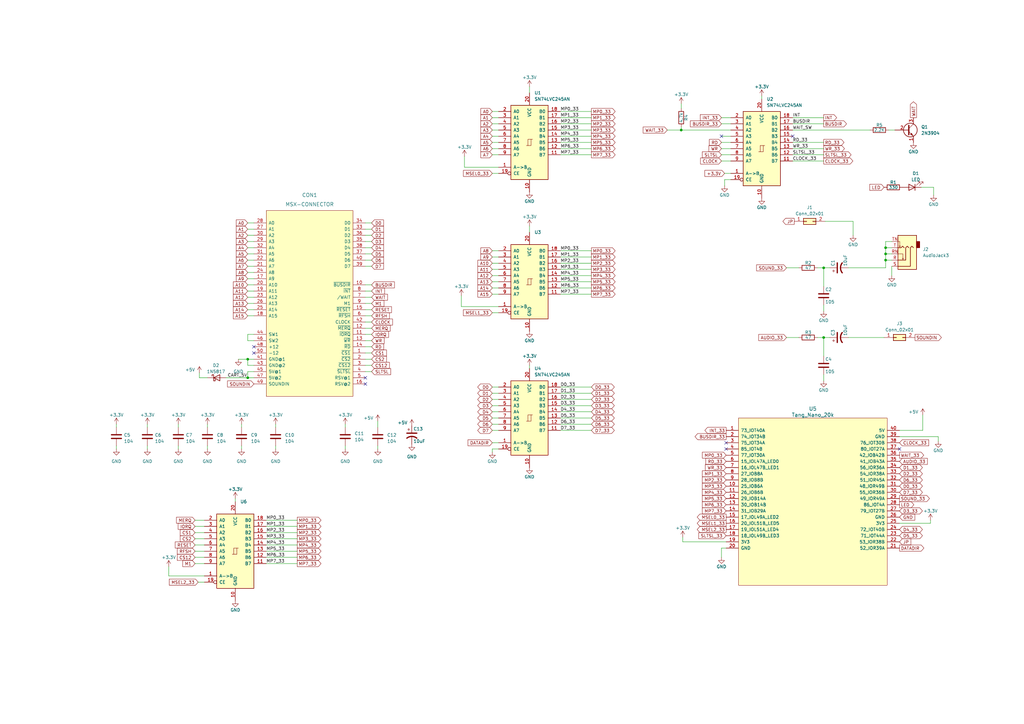
<source format=kicad_sch>
(kicad_sch (version 20230121) (generator eeschema)
  (paper "A3")
  (title_block (title "MSX-Tang Nano 9K Breakout") (date "2023-03-01"))
  (junction (at 363.22 106.68))
  (junction (at 101.6 147.32))
  (junction (at 279.4 53.34))
  (junction (at 101.6 154.94))
  (junction (at 363.22 104.14))
  (junction (at 337.82 138.43))
  (junction (at 337.82 109.855))
  (junction (at 363.22 101.6))
  (no_connect (at 325.12 55.88))
  (no_connect (at 297.815 181.61))
  (no_connect (at 149.86 157.48))
  (no_connect (at 104.14 142.24))
  (no_connect (at 104.14 144.78))
  (no_connect (at 149.86 154.94))
  (no_connect (at 295.91 55.88))
  (no_connect (at 297.815 184.15))
  (no_connect (at 368.935 184.15))
  (wire (pts (xy 325.12 50.8) (xy 337.82 50.8)))
  (wire (pts (xy 101.6 109.22) (xy 104.14 109.22)))
  (wire (pts (xy 201.93 53.34) (xy 204.47 53.34)))
  (wire (pts (xy 149.86 142.24) (xy 152.4 142.24)))
  (wire (pts (xy 201.93 173.99) (xy 204.47 173.99)))
  (wire (pts (xy 325.12 60.96) (xy 337.82 60.96)))
  (wire (pts (xy 201.93 110.49) (xy 204.47 110.49)))
  (wire (pts (xy 217.17 35.56) (xy 217.17 38.1)))
  (wire (pts (xy 101.6 119.38) (xy 104.14 119.38)))
  (wire (pts (xy 229.87 105.41) (xy 242.57 105.41)))
  (wire (pts (xy 69.215 236.22) (xy 83.82 236.22)))
  (wire (pts (xy 80.01 218.44) (xy 83.82 218.44)))
  (wire (pts (xy 201.93 158.75) (xy 204.47 158.75)))
  (wire (pts (xy 201.93 105.41) (xy 204.47 105.41)))
  (wire (pts (xy 47.752 182.88) (xy 47.752 184.15)))
  (wire (pts (xy 80.01 223.52) (xy 83.82 223.52)))
  (wire (pts (xy 149.86 121.92) (xy 152.4 121.92)))
  (wire (pts (xy 109.22 223.52) (xy 121.92 223.52)))
  (wire (pts (xy 80.01 228.6) (xy 83.82 228.6)))
  (wire (pts (xy 325.12 48.26) (xy 337.82 48.26)))
  (wire (pts (xy 201.93 118.11) (xy 204.47 118.11)))
  (wire (pts (xy 229.87 176.53) (xy 242.57 176.53)))
  (wire (pts (xy 368.935 179.07) (xy 384.81 179.07)))
  (wire (pts (xy 295.91 224.79) (xy 297.815 224.79)))
  (wire (pts (xy 141.605 173.99) (xy 141.605 175.26)))
  (wire (pts (xy 295.91 48.26) (xy 299.72 48.26)))
  (wire (pts (xy 338.455 90.805) (xy 349.885 90.805)))
  (wire (pts (xy 229.87 166.37) (xy 242.57 166.37)))
  (wire (pts (xy 229.87 115.57) (xy 242.57 115.57)))
  (wire (pts (xy 229.87 158.75) (xy 242.57 158.75)))
  (wire (pts (xy 47.752 173.99) (xy 47.752 175.26)))
  (wire (pts (xy 149.86 149.86) (xy 152.4 149.86)))
  (wire (pts (xy 149.86 147.32) (xy 152.4 147.32)))
  (wire (pts (xy 201.93 176.53) (xy 204.47 176.53)))
  (wire (pts (xy 229.87 113.03) (xy 242.57 113.03)))
  (wire (pts (xy 365.76 109.22) (xy 365.76 113.03)))
  (wire (pts (xy 279.4 42.545) (xy 279.4 44.45)))
  (wire (pts (xy 149.86 106.68) (xy 152.4 106.68)))
  (wire (pts (xy 149.86 116.84) (xy 152.4 116.84)))
  (wire (pts (xy 363.22 106.68) (xy 363.22 109.855)))
  (wire (pts (xy 113.03 182.88) (xy 113.03 184.15)))
  (wire (pts (xy 101.6 121.92) (xy 104.14 121.92)))
  (wire (pts (xy 229.87 173.99) (xy 242.57 173.99)))
  (wire (pts (xy 60.452 173.99) (xy 60.452 175.26)))
  (wire (pts (xy 149.86 129.54) (xy 152.4 129.54)))
  (wire (pts (xy 201.93 171.45) (xy 204.47 171.45)))
  (wire (pts (xy 149.86 137.16) (xy 152.4 137.16)))
  (wire (pts (xy 201.93 48.26) (xy 204.47 48.26)))
  (wire (pts (xy 101.6 93.98) (xy 104.14 93.98)))
  (wire (pts (xy 81.28 238.76) (xy 83.82 238.76)))
  (wire (pts (xy 99.06 182.88) (xy 99.06 184.15)))
  (wire (pts (xy 229.87 50.8) (xy 242.57 50.8)))
  (wire (pts (xy 101.6 99.06) (xy 104.14 99.06)))
  (wire (pts (xy 201.93 120.65) (xy 204.47 120.65)))
  (wire (pts (xy 154.94 172.72) (xy 154.94 175.26)))
  (wire (pts (xy 337.82 125.095) (xy 337.82 127.635)))
  (wire (pts (xy 149.86 132.08) (xy 152.4 132.08)))
  (wire (pts (xy 85.09 182.88) (xy 85.09 184.15)))
  (wire (pts (xy 229.87 163.83) (xy 242.57 163.83)))
  (wire (pts (xy 201.93 181.61) (xy 204.47 181.61)))
  (wire (pts (xy 149.86 127) (xy 152.4 127)))
  (wire (pts (xy 381.635 214.63) (xy 381.635 213.36)))
  (wire (pts (xy 201.93 50.8) (xy 204.47 50.8)))
  (wire (pts (xy 229.87 58.42) (xy 242.57 58.42)))
  (wire (pts (xy 189.23 125.73) (xy 189.23 121.285)))
  (wire (pts (xy 69.215 232.41) (xy 69.215 236.22)))
  (wire (pts (xy 99.06 173.99) (xy 99.06 175.26)))
  (wire (pts (xy 297.18 71.12) (xy 299.72 71.12)))
  (wire (pts (xy 201.93 115.57) (xy 204.47 115.57)))
  (wire (pts (xy 322.58 138.43) (xy 327.66 138.43)))
  (wire (pts (xy 109.22 226.06) (xy 121.92 226.06)))
  (wire (pts (xy 363.22 104.14) (xy 363.22 106.68)))
  (wire (pts (xy 109.22 218.44) (xy 121.92 218.44)))
  (wire (pts (xy 104.14 147.32) (xy 101.6 147.32)))
  (wire (pts (xy 279.4 52.07) (xy 279.4 53.34)))
  (wire (pts (xy 149.86 104.14) (xy 152.4 104.14)))
  (wire (pts (xy 229.87 171.45) (xy 242.57 171.45)))
  (wire (pts (xy 101.6 116.84) (xy 104.14 116.84)))
  (wire (pts (xy 109.22 220.98) (xy 121.92 220.98)))
  (wire (pts (xy 201.93 184.15) (xy 204.47 184.15)))
  (wire (pts (xy 325.12 58.42) (xy 337.82 58.42)))
  (wire (pts (xy 335.28 138.43) (xy 337.82 138.43)))
  (wire (pts (xy 149.86 101.6) (xy 152.4 101.6)))
  (wire (pts (xy 273.685 53.34) (xy 279.4 53.34)))
  (wire (pts (xy 109.22 228.6) (xy 121.92 228.6)))
  (wire (pts (xy 297.815 222.25) (xy 280.035 222.25)))
  (wire (pts (xy 363.22 106.68) (xy 365.76 106.68)))
  (wire (pts (xy 101.6 129.54) (xy 104.14 129.54)))
  (wire (pts (xy 92.71 154.94) (xy 101.6 154.94)))
  (wire (pts (xy 101.6 104.14) (xy 104.14 104.14)))
  (wire (pts (xy 295.91 63.5) (xy 299.72 63.5)))
  (wire (pts (xy 201.93 168.91) (xy 204.47 168.91)))
  (wire (pts (xy 201.93 102.87) (xy 204.47 102.87)))
  (wire (pts (xy 101.6 154.94) (xy 104.14 154.94)))
  (wire (pts (xy 337.82 109.855) (xy 340.36 109.855)))
  (wire (pts (xy 189.23 125.73) (xy 204.47 125.73)))
  (wire (pts (xy 101.6 124.46) (xy 104.14 124.46)))
  (wire (pts (xy 347.98 138.43) (xy 362.585 138.43)))
  (wire (pts (xy 101.6 137.16) (xy 101.6 139.7)))
  (wire (pts (xy 149.86 99.06) (xy 152.4 99.06)))
  (wire (pts (xy 349.885 90.805) (xy 349.885 96.52)))
  (wire (pts (xy 60.452 182.88) (xy 60.452 184.15)))
  (wire (pts (xy 81.788 154.94) (xy 85.09 154.94)))
  (wire (pts (xy 201.93 113.03) (xy 204.47 113.03)))
  (wire (pts (xy 229.87 168.91) (xy 242.57 168.91)))
  (wire (pts (xy 384.81 179.07) (xy 384.81 180.975)))
  (wire (pts (xy 201.93 128.27) (xy 204.47 128.27)))
  (wire (pts (xy 322.58 109.855) (xy 327.66 109.855)))
  (wire (pts (xy 229.87 55.88) (xy 242.57 55.88)))
  (wire (pts (xy 229.87 120.65) (xy 242.57 120.65)))
  (wire (pts (xy 382.905 76.835) (xy 382.905 80.01)))
  (wire (pts (xy 295.91 228.6) (xy 295.91 224.79)))
  (wire (pts (xy 365.76 99.06) (xy 363.22 99.06)))
  (wire (pts (xy 295.91 58.42) (xy 299.72 58.42)))
  (wire (pts (xy 101.6 91.44) (xy 104.14 91.44)))
  (wire (pts (xy 295.91 60.96) (xy 299.72 60.96)))
  (wire (pts (xy 337.82 117.475) (xy 337.82 109.855)))
  (wire (pts (xy 377.825 76.835) (xy 382.905 76.835)))
  (wire (pts (xy 101.6 152.4) (xy 101.6 154.94)))
  (wire (pts (xy 80.01 226.06) (xy 83.82 226.06)))
  (wire (pts (xy 109.22 215.9) (xy 121.92 215.9)))
  (wire (pts (xy 229.87 102.87) (xy 242.57 102.87)))
  (wire (pts (xy 229.87 107.95) (xy 242.57 107.95)))
  (wire (pts (xy 80.01 220.98) (xy 83.82 220.98)))
  (wire (pts (xy 279.4 53.34) (xy 299.72 53.34)))
  (wire (pts (xy 101.6 111.76) (xy 104.14 111.76)))
  (wire (pts (xy 365.76 101.6) (xy 363.22 101.6)))
  (wire (pts (xy 201.93 55.88) (xy 204.47 55.88)))
  (wire (pts (xy 101.6 147.32) (xy 101.6 149.86)))
  (wire (pts (xy 325.12 66.04) (xy 337.82 66.04)))
  (wire (pts (xy 368.935 176.53) (xy 378.46 176.53)))
  (wire (pts (xy 347.98 109.855) (xy 363.22 109.855)))
  (wire (pts (xy 101.6 127) (xy 104.14 127)))
  (wire (pts (xy 337.82 138.43) (xy 340.36 138.43)))
  (wire (pts (xy 81.788 152.908) (xy 81.788 154.94)))
  (wire (pts (xy 337.82 153.67) (xy 337.82 156.21)))
  (wire (pts (xy 73.152 173.99) (xy 73.152 175.26)))
  (wire (pts (xy 363.22 99.06) (xy 363.22 101.6)))
  (wire (pts (xy 201.93 107.95) (xy 204.47 107.95)))
  (wire (pts (xy 201.93 60.96) (xy 204.47 60.96)))
  (wire (pts (xy 201.93 58.42) (xy 204.47 58.42)))
  (wire (pts (xy 101.6 96.52) (xy 104.14 96.52)))
  (wire (pts (xy 80.01 215.9) (xy 83.82 215.9)))
  (wire (pts (xy 141.605 182.88) (xy 141.605 184.15)))
  (wire (pts (xy 229.87 48.26) (xy 242.57 48.26)))
  (wire (pts (xy 365.76 104.14) (xy 363.22 104.14)))
  (wire (pts (xy 229.87 63.5) (xy 242.57 63.5)))
  (wire (pts (xy 368.935 214.63) (xy 381.635 214.63)))
  (wire (pts (xy 297.18 73.66) (xy 297.18 76.2)))
  (wire (pts (xy 80.01 213.36) (xy 83.82 213.36)))
  (wire (pts (xy 149.86 124.46) (xy 152.4 124.46)))
  (wire (pts (xy 85.09 173.99) (xy 85.09 175.26)))
  (wire (pts (xy 190.5 68.58) (xy 204.47 68.58)))
  (wire (pts (xy 101.6 149.86) (xy 104.14 149.86)))
  (wire (pts (xy 149.86 139.7) (xy 152.4 139.7)))
  (wire (pts (xy 201.93 163.83) (xy 204.47 163.83)))
  (wire (pts (xy 229.87 110.49) (xy 242.57 110.49)))
  (wire (pts (xy 109.22 231.14) (xy 121.92 231.14)))
  (wire (pts (xy 201.93 71.12) (xy 204.47 71.12)))
  (wire (pts (xy 149.86 91.44) (xy 152.4 91.44)))
  (wire (pts (xy 149.86 134.62) (xy 152.4 134.62)))
  (wire (pts (xy 101.6 114.3) (xy 104.14 114.3)))
  (wire (pts (xy 73.152 182.88) (xy 73.152 184.15)))
  (wire (pts (xy 109.22 213.36) (xy 121.92 213.36)))
  (wire (pts (xy 295.91 66.04) (xy 299.72 66.04)))
  (wire (pts (xy 217.17 149.86) (xy 217.17 151.13)))
  (wire (pts (xy 96.52 204.47) (xy 96.52 205.74)))
  (wire (pts (xy 201.93 161.29) (xy 204.47 161.29)))
  (wire (pts (xy 101.6 139.7) (xy 104.14 139.7)))
  (wire (pts (xy 364.49 53.34) (xy 367.03 53.34)))
  (wire (pts (xy 378.46 176.53) (xy 378.46 170.18)))
  (wire (pts (xy 229.87 53.34) (xy 242.57 53.34)))
  (wire (pts (xy 149.86 144.78) (xy 152.4 144.78)))
  (wire (pts (xy 363.22 101.6) (xy 363.22 104.14)))
  (wire (pts (xy 201.93 166.37) (xy 204.47 166.37)))
  (wire (pts (xy 335.28 109.855) (xy 337.82 109.855)))
  (wire (pts (xy 149.86 119.38) (xy 152.4 119.38)))
  (wire (pts (xy 229.87 45.72) (xy 242.57 45.72)))
  (wire (pts (xy 280.035 222.25) (xy 280.035 220.345)))
  (wire (pts (xy 104.14 152.4) (xy 101.6 152.4)))
  (wire (pts (xy 149.86 152.4) (xy 152.4 152.4)))
  (wire (pts (xy 295.91 55.88) (xy 299.72 55.88)))
  (wire (pts (xy 229.87 60.96) (xy 242.57 60.96)))
  (wire (pts (xy 229.87 161.29) (xy 242.57 161.29)))
  (wire (pts (xy 149.86 96.52) (xy 152.4 96.52)))
  (wire (pts (xy 201.93 184.15) (xy 201.93 185.42)))
  (wire (pts (xy 201.93 45.72) (xy 204.47 45.72)))
  (wire (pts (xy 149.86 93.98) (xy 152.4 93.98)))
  (wire (pts (xy 201.93 63.5) (xy 204.47 63.5)))
  (wire (pts (xy 154.94 182.88) (xy 154.94 184.15)))
  (wire (pts (xy 101.6 106.68) (xy 104.14 106.68)))
  (wire (pts (xy 149.86 109.22) (xy 152.4 109.22)))
  (wire (pts (xy 325.12 63.5) (xy 337.82 63.5)))
  (wire (pts (xy 337.82 146.05) (xy 337.82 138.43)))
  (wire (pts (xy 297.18 73.66) (xy 299.72 73.66)))
  (wire (pts (xy 312.42 39.37) (xy 312.42 40.64)))
  (wire (pts (xy 217.17 92.71) (xy 217.17 95.25)))
  (wire (pts (xy 101.6 101.6) (xy 104.14 101.6)))
  (wire (pts (xy 325.12 53.34) (xy 356.87 53.34)))
  (wire (pts (xy 97.79 147.32) (xy 101.6 147.32)))
  (wire (pts (xy 113.03 173.99) (xy 113.03 175.26)))
  (wire (pts (xy 190.5 68.58) (xy 190.5 64.135)))
  (wire (pts (xy 229.87 118.11) (xy 242.57 118.11)))
  (wire (pts (xy 104.14 137.16) (xy 101.6 137.16)))
  (wire (pts (xy 80.01 231.14) (xy 83.82 231.14)))
  (wire (pts (xy 295.91 50.8) (xy 299.72 50.8)))
  (label "CART_5V" (at 93.345 154.94 0))
  (label "D0_33" (at 229.87 158.75 0))
  (label "MP5_33" (at 109.22 226.06 0))
  (label "MP0_33" (at 109.22 213.36 0))
  (label "MP2_33" (at 229.87 50.8 0))
  (label "MP5_33" (at 229.87 58.42 0))
  (label "MP6_33" (at 229.9211 118.11 0))
  (label "D5_33" (at 229.87 171.45 0))
  (label "MP5_33" (at 229.87 115.57 0))
  (label "WAIT_SW" (at 325.12 53.34 0))
  (label "D4_33" (at 229.87 168.91 0))
  (label "INT" (at 325.12 48.26 0))
  (label "WR_33" (at 325.12 60.96 0))
  (label "BUSDIR" (at 325.12 50.8 0))
  (label "MP0_33" (at 229.87 102.87 0))
  (label "MP2_33" (at 109.22 218.44 0))
  (label "MP3_33" (at 229.87 110.49 0))
  (label "MP1_33" (at 109.22 215.9 0))
  (label "MP1_33" (at 229.87 48.26 0))
  (label "MP6_33" (at 229.9211 60.96 0))
  (label "RD_33" (at 325.12 58.42 0))
  (label "MP4_33" (at 229.87 55.88 0))
  (label "MP7_33" (at 229.87 63.5 0))
  (label "MP7_33" (at 109.22 231.14 0))
  (label "D6_33" (at 229.87 173.99 0))
  (label "MP4_33" (at 109.22 223.52 0))
  (label "MP3_33" (at 109.22 220.98 0))
  (label "CLOCK_33" (at 325.12 66.04 0))
  (label "D3_33" (at 229.87 166.37 0))
  (label "MP2_33" (at 229.87 107.95 0))
  (label "MP6_33" (at 109.2711 228.6 0))
  (label "MP3_33" (at 229.87 53.34 0))
  (label "MP4_33" (at 229.87 113.03 0))
  (label "D7_33" (at 229.87 176.53 0))
  (label "D2_33" (at 229.87 163.83 0))
  (label "MP0_33" (at 229.87 45.72 0))
  (label "MP7_33" (at 229.87 120.65 0))
  (label "SLTSL_33" (at 325.12 63.5 0))
  (label "MP1_33" (at 229.87 105.41 0))
  (label "D1_33" (at 229.87 161.29 0))
  (global_label "D7_33" (shape bidirectional) (at 368.935 201.93 0) (property "Intersheetrefs" "${INTERSHEET_REFS}" (effects hide)))
  (global_label "RFSH" (shape input) (at 152.4 129.54 0) (property "Intersheetrefs" "${INTERSHEET_REFS}" (effects hide)))
  (global_label "WAIT_33" (shape output) (at 368.935 186.69 0) (property "Intersheetrefs" "${INTERSHEET_REFS}" (effects hide)))
  (global_label "CS12" (shape input) (at 80.01 228.6 180) (property "Intersheetrefs" "${INTERSHEET_REFS}" (effects hide)))
  (global_label "MP7_33" (shape input) (at 297.815 209.55 180) (property "Intersheetrefs" "${INTERSHEET_REFS}" (effects hide)))
  (global_label "CS2" (shape input) (at 80.01 220.98 180) (property "Intersheetrefs" "${INTERSHEET_REFS}" (effects hide)))
  (global_label "MP1_33" (shape output) (at 242.57 48.26 0) (property "Intersheetrefs" "${INTERSHEET_REFS}" (effects hide)))
  (global_label "MP2_33" (shape input) (at 297.815 196.85 180) (property "Intersheetrefs" "${INTERSHEET_REFS}" (effects hide)))
  (global_label "MP6_33" (shape output) (at 242.57 118.11 0) (property "Intersheetrefs" "${INTERSHEET_REFS}" (effects hide)))
  (global_label "LED" (shape output) (at 368.935 207.01 0) (property "Intersheetrefs" "${INTERSHEET_REFS}" (effects hide)))
  (global_label "D6_33" (shape bidirectional) (at 368.935 196.85 0) (property "Intersheetrefs" "${INTERSHEET_REFS}" (effects hide)))
  (global_label "CS1" (shape input) (at 152.4 144.78 0) (property "Intersheetrefs" "${INTERSHEET_REFS}" (effects hide)))
  (global_label "A5" (shape input) (at 101.6 104.14 180) (property "Intersheetrefs" "${INTERSHEET_REFS}" (effects hide)))
  (global_label "RD" (shape input) (at 295.91 58.42 180) (property "Intersheetrefs" "${INTERSHEET_REFS}" (effects hide)))
  (global_label "A6" (shape input) (at 101.6 106.68 180) (property "Intersheetrefs" "${INTERSHEET_REFS}" (effects hide)))
  (global_label "D3" (shape bidirectional) (at 201.93 166.37 180) (property "Intersheetrefs" "${INTERSHEET_REFS}" (effects hide)))
  (global_label "IORQ" (shape input) (at 80.01 215.9 180) (property "Intersheetrefs" "${INTERSHEET_REFS}" (effects hide)))
  (global_label "MP0_33" (shape output) (at 242.57 102.87 0) (property "Intersheetrefs" "${INTERSHEET_REFS}" (effects hide)))
  (global_label "D0_33" (shape bidirectional) (at 368.935 199.39 0) (property "Intersheetrefs" "${INTERSHEET_REFS}" (effects hide)))
  (global_label "MP2_33" (shape output) (at 242.57 50.8 0) (property "Intersheetrefs" "${INTERSHEET_REFS}" (effects hide)))
  (global_label "A13" (shape input) (at 101.6 124.46 180) (property "Intersheetrefs" "${INTERSHEET_REFS}" (effects hide)))
  (global_label "WR_33" (shape output) (at 337.82 60.96 0) (property "Intersheetrefs" "${INTERSHEET_REFS}" (effects hide)))
  (global_label "A7" (shape input) (at 201.93 63.5 180) (property "Intersheetrefs" "${INTERSHEET_REFS}" (effects hide)))
  (global_label "MP0_33" (shape output) (at 121.92 213.36 0) (property "Intersheetrefs" "${INTERSHEET_REFS}" (effects hide)))
  (global_label "A14" (shape input) (at 201.93 118.11 180) (property "Intersheetrefs" "${INTERSHEET_REFS}" (effects hide)))
  (global_label "MP6_33" (shape output) (at 121.92 228.6 0) (property "Intersheetrefs" "${INTERSHEET_REFS}" (effects hide)))
  (global_label "D6_33" (shape bidirectional) (at 242.57 173.99 0) (property "Intersheetrefs" "${INTERSHEET_REFS}" (effects hide)))
  (global_label "D0" (shape bidirectional) (at 201.93 158.75 180) (property "Intersheetrefs" "${INTERSHEET_REFS}" (effects hide)))
  (global_label "MSEL2_33" (shape input) (at 81.28 238.76 180) (property "Intersheetrefs" "${INTERSHEET_REFS}" (effects hide)))
  (global_label "A8" (shape input) (at 201.93 102.87 180) (property "Intersheetrefs" "${INTERSHEET_REFS}" (effects hide)))
  (global_label "A0" (shape input) (at 101.6 91.44 180) (property "Intersheetrefs" "${INTERSHEET_REFS}" (effects hide)))
  (global_label "MP5_33" (shape output) (at 121.92 226.06 0) (property "Intersheetrefs" "${INTERSHEET_REFS}" (effects hide)))
  (global_label "MP0_33" (shape input) (at 297.815 186.69 180) (property "Intersheetrefs" "${INTERSHEET_REFS}" (effects hide)))
  (global_label "A9" (shape input) (at 201.93 105.41 180) (property "Intersheetrefs" "${INTERSHEET_REFS}" (effects hide)))
  (global_label "D0_33" (shape bidirectional) (at 242.57 158.75 0) (property "Intersheetrefs" "${INTERSHEET_REFS}" (effects hide)))
  (global_label "BUSDIR" (shape input) (at 152.4 116.84 0) (property "Intersheetrefs" "${INTERSHEET_REFS}" (effects hide)))
  (global_label "A12" (shape input) (at 101.6 121.92 180) (property "Intersheetrefs" "${INTERSHEET_REFS}" (effects hide)))
  (global_label "WR" (shape input) (at 152.4 139.7 0) (property "Intersheetrefs" "${INTERSHEET_REFS}" (effects hide)))
  (global_label "SOUND_33" (shape output) (at 368.935 204.47 0) (property "Intersheetrefs" "${INTERSHEET_REFS}" (effects hide)))
  (global_label "D4_33" (shape bidirectional) (at 242.57 168.91 0) (property "Intersheetrefs" "${INTERSHEET_REFS}" (effects hide)))
  (global_label "WR_33" (shape input) (at 297.815 191.77 180) (property "Intersheetrefs" "${INTERSHEET_REFS}" (effects hide)))
  (global_label "AUDIO_33" (shape input) (at 322.58 138.43 180) (property "Intersheetrefs" "${INTERSHEET_REFS}" (effects hide)))
  (global_label "MSEL0_33" (shape output) (at 297.815 212.09 180) (property "Intersheetrefs" "${INTERSHEET_REFS}" (effects hide)))
  (global_label "D1" (shape input) (at 152.4 93.98 0) (property "Intersheetrefs" "${INTERSHEET_REFS}" (effects hide)))
  (global_label "MP7_33" (shape output) (at 121.92 231.14 0) (property "Intersheetrefs" "${INTERSHEET_REFS}" (effects hide)))
  (global_label "MP5_33" (shape output) (at 242.57 58.42 0) (property "Intersheetrefs" "${INTERSHEET_REFS}" (effects hide)))
  (global_label "D2_33" (shape bidirectional) (at 368.935 194.31 0) (property "Intersheetrefs" "${INTERSHEET_REFS}" (effects hide)))
  (global_label "SLTSL" (shape input) (at 295.91 63.5 180) (property "Intersheetrefs" "${INTERSHEET_REFS}" (effects hide)))
  (global_label "D4" (shape bidirectional) (at 201.93 168.91 180) (property "Intersheetrefs" "${INTERSHEET_REFS}" (effects hide)))
  (global_label "A15" (shape input) (at 101.6 129.54 180) (property "Intersheetrefs" "${INTERSHEET_REFS}" (effects hide)))
  (global_label "MP2_33" (shape output) (at 121.92 218.44 0) (property "Intersheetrefs" "${INTERSHEET_REFS}" (effects hide)))
  (global_label "MP1_33" (shape output) (at 121.92 215.9 0) (property "Intersheetrefs" "${INTERSHEET_REFS}" (effects hide)))
  (global_label "MP6_33" (shape input) (at 297.815 207.01 180) (property "Intersheetrefs" "${INTERSHEET_REFS}" (effects hide)))
  (global_label "MP0_33" (shape output) (at 242.57 45.72 0) (property "Intersheetrefs" "${INTERSHEET_REFS}" (effects hide)))
  (global_label "IORQ" (shape input) (at 152.4 137.16 0) (property "Intersheetrefs" "${INTERSHEET_REFS}" (effects hide)))
  (global_label "A11" (shape input) (at 101.6 119.38 180) (property "Intersheetrefs" "${INTERSHEET_REFS}" (effects hide)))
  (global_label "A1" (shape input) (at 201.93 48.26 180) (property "Intersheetrefs" "${INTERSHEET_REFS}" (effects hide)))
  (global_label "D2_33" (shape bidirectional) (at 242.57 163.83 0) (property "Intersheetrefs" "${INTERSHEET_REFS}" (effects hide)))
  (global_label "CLOCK" (shape input) (at 295.91 66.04 180) (property "Intersheetrefs" "${INTERSHEET_REFS}" (effects hide)))
  (global_label "MSEL2_33" (shape output) (at 297.815 217.17 180) (property "Intersheetrefs" "${INTERSHEET_REFS}" (effects hide)))
  (global_label "D2" (shape input) (at 152.4 96.52 0) (property "Intersheetrefs" "${INTERSHEET_REFS}" (effects hide)))
  (global_label "A10" (shape input) (at 201.93 107.95 180) (property "Intersheetrefs" "${INTERSHEET_REFS}" (effects hide)))
  (global_label "CLOCK_33" (shape output) (at 337.82 66.04 0) (property "Intersheetrefs" "${INTERSHEET_REFS}" (effects hide)))
  (global_label "MP3_33" (shape input) (at 297.815 199.39 180) (property "Intersheetrefs" "${INTERSHEET_REFS}" (effects hide)))
  (global_label "A12" (shape input) (at 201.93 113.03 180) (property "Intersheetrefs" "${INTERSHEET_REFS}" (effects hide)))
  (global_label "MP7_33" (shape output) (at 242.57 63.5 0) (property "Intersheetrefs" "${INTERSHEET_REFS}" (effects hide)))
  (global_label "D5" (shape input) (at 152.4 104.14 0) (property "Intersheetrefs" "${INTERSHEET_REFS}" (effects hide)))
  (global_label "MSEL1_33" (shape input) (at 201.93 128.27 180) (property "Intersheetrefs" "${INTERSHEET_REFS}" (effects hide)))
  (global_label "MP4_33" (shape input) (at 297.815 201.93 180) (property "Intersheetrefs" "${INTERSHEET_REFS}" (effects hide)))
  (global_label "RD" (shape input) (at 152.4 142.24 0) (property "Intersheetrefs" "${INTERSHEET_REFS}" (effects hide)))
  (global_label "D3" (shape input) (at 152.4 99.06 0) (property "Intersheetrefs" "${INTERSHEET_REFS}" (effects hide)))
  (global_label "RD_33" (shape output) (at 337.82 58.42 0) (property "Intersheetrefs" "${INTERSHEET_REFS}" (effects hide)))
  (global_label "SOUNDIN" (shape output) (at 375.285 138.43 0) (property "Intersheetrefs" "${INTERSHEET_REFS}" (effects hide)))
  (global_label "SLTSL" (shape input) (at 152.4 152.4 0) (property "Intersheetrefs" "${INTERSHEET_REFS}" (effects hide)))
  (global_label "A3" (shape input) (at 201.93 53.34 180) (property "Intersheetrefs" "${INTERSHEET_REFS}" (effects hide)))
  (global_label "MP3_33" (shape output) (at 242.57 110.49 0) (property "Intersheetrefs" "${INTERSHEET_REFS}" (effects hide)))
  (global_label "MP4_33" (shape output) (at 242.57 55.88 0) (property "Intersheetrefs" "${INTERSHEET_REFS}" (effects hide)))
  (global_label "D4_33" (shape bidirectional) (at 368.935 217.17 0) (property "Intersheetrefs" "${INTERSHEET_REFS}" (effects hide)))
  (global_label "MERQ" (shape input) (at 152.4 134.62 0) (property "Intersheetrefs" "${INTERSHEET_REFS}" (effects hide)))
  (global_label "A2" (shape input) (at 101.6 96.52 180) (property "Intersheetrefs" "${INTERSHEET_REFS}" (effects hide)))
  (global_label "CLOCK_33" (shape input) (at 368.935 181.61 0) (property "Intersheetrefs" "${INTERSHEET_REFS}" (effects hide)))
  (global_label "CS2" (shape input) (at 152.4 147.32 0) (property "Intersheetrefs" "${INTERSHEET_REFS}" (effects hide)))
  (global_label "RESET" (shape input) (at 152.4 127 0) (property "Intersheetrefs" "${INTERSHEET_REFS}" (effects hide)))
  (global_label "A7" (shape input) (at 101.6 109.22 180) (property "Intersheetrefs" "${INTERSHEET_REFS}" (effects hide)))
  (global_label "AUDIO_33" (shape input) (at 368.935 189.23 0) (property "Intersheetrefs" "${INTERSHEET_REFS}" (effects hide)))
  (global_label "A14" (shape input) (at 101.6 127 180) (property "Intersheetrefs" "${INTERSHEET_REFS}" (effects hide)))
  (global_label "D5" (shape bidirectional) (at 201.93 171.45 180) (property "Intersheetrefs" "${INTERSHEET_REFS}" (effects hide)))
  (global_label "D2" (shape bidirectional) (at 201.93 163.83 180) (property "Intersheetrefs" "${INTERSHEET_REFS}" (effects hide)))
  (global_label "MSEL0_33" (shape input) (at 201.93 71.12 180) (property "Intersheetrefs" "${INTERSHEET_REFS}" (effects hide)))
  (global_label "D1" (shape bidirectional) (at 201.93 161.29 180) (property "Intersheetrefs" "${INTERSHEET_REFS}" (effects hide)))
  (global_label "D7" (shape bidirectional) (at 201.93 176.53 180) (property "Intersheetrefs" "${INTERSHEET_REFS}" (effects hide)))
  (global_label "D3_33" (shape bidirectional) (at 368.935 209.55 0) (property "Intersheetrefs" "${INTERSHEET_REFS}" (effects hide)))
  (global_label "A2" (shape input) (at 201.93 50.8 180) (property "Intersheetrefs" "${INTERSHEET_REFS}" (effects hide)))
  (global_label "D1_33" (shape bidirectional) (at 368.935 191.77 0) (property "Intersheetrefs" "${INTERSHEET_REFS}" (effects hide)))
  (global_label "SLTSL_33" (shape output) (at 337.82 63.5 0) (property "Intersheetrefs" "${INTERSHEET_REFS}" (effects hide)))
  (global_label "MP6_33" (shape output) (at 242.57 60.96 0) (property "Intersheetrefs" "${INTERSHEET_REFS}" (effects hide)))
  (global_label "MSEL1_33" (shape output) (at 297.815 214.63 180) (property "Intersheetrefs" "${INTERSHEET_REFS}" (effects hide)))
  (global_label "CS1" (shape input) (at 80.01 218.44 180) (property "Intersheetrefs" "${INTERSHEET_REFS}" (effects hide)))
  (global_label "D3_33" (shape bidirectional) (at 242.57 166.37 0) (property "Intersheetrefs" "${INTERSHEET_REFS}" (effects hide)))
  (global_label "A0" (shape input) (at 201.93 45.72 180) (property "Intersheetrefs" "${INTERSHEET_REFS}" (effects hide)))
  (global_label "MP1_33" (shape output) (at 242.57 105.41 0) (property "Intersheetrefs" "${INTERSHEET_REFS}" (effects hide)))
  (global_label "D5_33" (shape bidirectional) (at 242.57 171.45 0) (property "Intersheetrefs" "${INTERSHEET_REFS}" (effects hide)))
  (global_label "MP5_33" (shape output) (at 242.57 115.57 0) (property "Intersheetrefs" "${INTERSHEET_REFS}" (effects hide)))
  (global_label "M1" (shape input) (at 152.4 124.46 0) (property "Intersheetrefs" "${INTERSHEET_REFS}" (effects hide)))
  (global_label "A11" (shape input) (at 201.93 110.49 180) (property "Intersheetrefs" "${INTERSHEET_REFS}" (effects hide)))
  (global_label "A4" (shape input) (at 101.6 101.6 180) (property "Intersheetrefs" "${INTERSHEET_REFS}" (effects hide)))
  (global_label "D0" (shape input) (at 152.4 91.44 0) (property "Intersheetrefs" "${INTERSHEET_REFS}" (effects hide)))
  (global_label "WAIT_33" (shape input) (at 273.685 53.34 180) (property "Intersheetrefs" "${INTERSHEET_REFS}" (effects hide)))
  (global_label "A4" (shape input) (at 201.93 55.88 180) (property "Intersheetrefs" "${INTERSHEET_REFS}" (effects hide)))
  (global_label "SOUNDIN" (shape input) (at 104.14 157.48 180) (property "Intersheetrefs" "${INTERSHEET_REFS}" (effects hide)))
  (global_label "INT_33" (shape output) (at 297.815 176.53 180) (property "Intersheetrefs" "${INTERSHEET_REFS}" (effects hide)))
  (global_label "CS12" (shape input) (at 152.4 149.86 0) (property "Intersheetrefs" "${INTERSHEET_REFS}" (effects hide)))
  (global_label "A3" (shape input) (at 101.6 99.06 180) (property "Intersheetrefs" "${INTERSHEET_REFS}" (effects hide)))
  (global_label "JP" (shape output) (at 325.755 90.805 180) (property "Intersheetrefs" "${INTERSHEET_REFS}" (effects hide)))
  (global_label "D7_33" (shape bidirectional) (at 242.57 176.53 0) (property "Intersheetrefs" "${INTERSHEET_REFS}" (effects hide)))
  (global_label "MP2_33" (shape output) (at 242.57 107.95 0) (property "Intersheetrefs" "${INTERSHEET_REFS}" (effects hide)))
  (global_label "WR" (shape input) (at 295.91 60.96 180) (property "Intersheetrefs" "${INTERSHEET_REFS}" (effects hide)))
  (global_label "A1" (shape input) (at 101.6 93.98 180) (property "Intersheetrefs" "${INTERSHEET_REFS}" (effects hide)))
  (global_label "BUSDIR" (shape output) (at 337.82 50.8 0) (property "Intersheetrefs" "${INTERSHEET_REFS}" (effects hide)))
  (global_label "MP1_33" (shape input) (at 297.815 194.31 180) (property "Intersheetrefs" "${INTERSHEET_REFS}" (effects hide)))
  (global_label "GND" (shape input) (at 368.935 212.09 0) (property "Intersheetrefs" "${INTERSHEET_REFS}" (effects hide)))
  (global_label "JP" (shape input) (at 368.935 222.25 0) (property "Intersheetrefs" "${INTERSHEET_REFS}" (effects hide)))
  (global_label "MP3_33" (shape output) (at 121.92 220.98 0) (property "Intersheetrefs" "${INTERSHEET_REFS}" (effects hide)))
  (global_label "A6" (shape input) (at 201.93 60.96 180) (property "Intersheetrefs" "${INTERSHEET_REFS}" (effects hide)))
  (global_label "BUSDIR_33" (shape input) (at 295.91 50.8 180) (property "Intersheetrefs" "${INTERSHEET_REFS}" (effects hide)))
  (global_label "WAIT" (shape output) (at 374.65 48.26 90) (property "Intersheetrefs" "${INTERSHEET_REFS}" (effects hide)))
  (global_label "M1" (shape input) (at 80.01 231.14 180) (property "Intersheetrefs" "${INTERSHEET_REFS}" (effects hide)))
  (global_label "MP4_33" (shape output) (at 242.57 113.03 0) (property "Intersheetrefs" "${INTERSHEET_REFS}" (effects hide)))
  (global_label "A8" (shape input) (at 101.6 111.76 180) (property "Intersheetrefs" "${INTERSHEET_REFS}" (effects hide)))
  (global_label "INT" (shape input) (at 152.4 119.38 0) (property "Intersheetrefs" "${INTERSHEET_REFS}" (effects hide)))
  (global_label "A5" (shape input) (at 201.93 58.42 180) (property "Intersheetrefs" "${INTERSHEET_REFS}" (effects hide)))
  (global_label "D6" (shape input) (at 152.4 106.68 0) (property "Intersheetrefs" "${INTERSHEET_REFS}" (effects hide)))
  (global_label "DATADIR" (shape input) (at 201.93 181.61 180) (property "Intersheetrefs" "${INTERSHEET_REFS}" (effects hide)))
  (global_label "D5_33" (shape bidirectional) (at 368.935 219.71 0) (property "Intersheetrefs" "${INTERSHEET_REFS}" (effects hide)))
  (global_label "CLOCK" (shape input) (at 152.4 132.08 0) (property "Intersheetrefs" "${INTERSHEET_REFS}" (effects hide)))
  (global_label "A9" (shape input) (at 101.6 114.3 180) (property "Intersheetrefs" "${INTERSHEET_REFS}" (effects hide)))
  (global_label "MERQ" (shape input) (at 80.01 213.36 180) (property "Intersheetrefs" "${INTERSHEET_REFS}" (effects hide)))
  (global_label "WAIT" (shape input) (at 152.4 121.92 0) (property "Intersheetrefs" "${INTERSHEET_REFS}" (effects hide)))
  (global_label "D7" (shape input) (at 152.4 109.22 0) (property "Intersheetrefs" "${INTERSHEET_REFS}" (effects hide)))
  (global_label "+3.3V" (shape input) (at 297.18 71.12 180) (property "Intersheetrefs" "${INTERSHEET_REFS}" (effects hide)))
  (global_label "MP3_33" (shape output) (at 242.57 53.34 0) (property "Intersheetrefs" "${INTERSHEET_REFS}" (effects hide)))
  (global_label "D6" (shape bidirectional) (at 201.93 173.99 180) (property "Intersheetrefs" "${INTERSHEET_REFS}" (effects hide)))
  (global_label "D4" (shape input) (at 152.4 101.6 0) (property "Intersheetrefs" "${INTERSHEET_REFS}" (effects hide)))
  (global_label "A10" (shape input) (at 101.6 116.84 180) (property "Intersheetrefs" "${INTERSHEET_REFS}" (effects hide)))
  (global_label "MP5_33" (shape input) (at 297.815 204.47 180) (property "Intersheetrefs" "${INTERSHEET_REFS}" (effects hide)))
  (global_label "SLTSL_33" (shape input) (at 297.815 219.71 180) (property "Intersheetrefs" "${INTERSHEET_REFS}" (effects hide)))
  (global_label "A15" (shape input) (at 201.93 120.65 180) (property "Intersheetrefs" "${INTERSHEET_REFS}" (effects hide)))
  (global_label "BUSDIR_33" (shape output) (at 297.815 179.07 180) (property "Intersheetrefs" "${INTERSHEET_REFS}" (effects hide)))
  (global_label "RFSH" (shape input) (at 80.01 226.06 180) (property "Intersheetrefs" "${INTERSHEET_REFS}" (effects hide)))
  (global_label "DATADIR" (shape output) (at 368.935 224.79 0) (property "Intersheetrefs" "${INTERSHEET_REFS}" (effects hide)))
  (global_label "D1_33" (shape bidirectional) (at 242.57 161.29 0) (property "Intersheetrefs" "${INTERSHEET_REFS}" (effects hide)))
  (global_label "LED" (shape input) (at 362.585 76.835 180) (property "Intersheetrefs" "${INTERSHEET_REFS}" (effects hide)))
  (global_label "A13" (shape input) (at 201.93 115.57 180) (property "Intersheetrefs" "${INTERSHEET_REFS}" (effects hide)))
  (global_label "INT" (shape output) (at 337.82 48.26 0) (property "Intersheetrefs" "${INTERSHEET_REFS}" (effects hide)))
  (global_label "RESET" (shape input) (at 80.01 223.52 180) (property "Intersheetrefs" "${INTERSHEET_REFS}" (effects hide)))
  (global_label "MP4_33" (shape output) (at 121.92 223.52 0) (property "Intersheetrefs" "${INTERSHEET_REFS}" (effects hide)))
  (global_label "MP7_33" (shape output) (at 242.57 120.65 0) (property "Intersheetrefs" "${INTERSHEET_REFS}" (effects hide)))
  (global_label "SOUND_33" (shape input) (at 322.58 109.855 180) (property "Intersheetrefs" "${INTERSHEET_REFS}" (effects hide)))
  (global_label "RD_33" (shape input) (at 297.815 189.23 180) (property "Intersheetrefs" "${INTERSHEET_REFS}" (effects hide)))
  (global_label "INT_33" (shape input) (at 295.91 48.26 180) (property "Intersheetrefs" "${INTERSHEET_REFS}" (effects hide)))
  (symbol (lib_id "power:GND") (at 154.94 184.15 0) (unit 1)
    (property "Reference" "#PWR035" (effects hide))
    (property "Value" "GND" (at 154.94 189.23 0))
  )
  (symbol (lib_id "power:+3.3V") (at 217.17 92.71 0) (unit 1)
    (property "Reference" "#PWR08" (effects hide))
    (property "Value" "+3.3V" (at 217.17 88.9 0))
  )
  (symbol (lib_id "power:+3.3V") (at 190.5 64.135 0) (unit 1)
    (property "Reference" "#PWR03" (effects hide))
    (property "Value" "+3.3V" (at 190.5 60.325 0))
  )
  (symbol (lib_id "power:+3.3V") (at 217.17 149.86 0) (unit 1)
    (property "Reference" "#PWR015" (effects hide))
    (property "Value" "+3.3V" (at 217.17 146.05 0))
  )
  (symbol (lib_id "power:GND") (at 217.17 135.89 0) (unit 1)
    (property "Reference" "#PWR013" (effects hide))
    (property "Value" "GND" (at 217.17 139.7 0))
  )
  (symbol (lib_id "power:GND") (at 297.18 76.2 0) (unit 1)
    (property "Reference" "#PWR04" (effects hide))
    (property "Value" "GND" (at 297.18 80.01 0))
  )
  (symbol (lib_id "Device:C") (at 60.452 179.07 0) (unit 1)
    (property "Reference" "C6" (at 63.5 178.435 0) (effects (justify left)))
    (property "Value" "104" (at 63.5 180.975 0) (effects (justify left)))
    (property "Footprint" "Capacitor_THT:C_Disc_D5.0mm_W2.5mm_P2.50mm" (effects hide))
  )
  (symbol (lib_id "power:GND") (at 374.65 58.42 0) (unit 1)
    (property "Reference" "#PWR045" (effects hide))
    (property "Value" "GND" (at 374.65 62.23 0))
  )
  (symbol (lib_id "power:GND") (at 349.885 96.52 0) (unit 1)
    (property "Reference" "#PWR09" (effects hide))
    (property "Value" "GND" (at 349.885 100.33 0))
  )
  (symbol (lib_id "power:+5V") (at 378.46 170.18 0) (unit 1)
    (property "Reference" "#PWR018" (effects hide))
    (property "Value" "+5V" (at 374.65 168.91 0))
  )
  (symbol (lib_id "power:+3.3V") (at 69.215 232.41 0) (unit 1)
    (property "Reference" "#PWR042" (effects hide))
    (property "Value" "+3.3V" (at 69.215 228.6 0))
  )
  (symbol (lib_id "Omega-Mainboard-rescue:CP1-Device") (at 344.17 109.855 90) (unit 1)
    (property "Reference" "C1" (at 341.63 109.22 0) (effects (justify left)))
    (property "Value" "10uF" (at 346.71 109.22 0) (effects (justify left)))
    (property "Footprint" "Capacitor_THT:CP_Radial_D5.0mm_P2.00mm" (effects hide))
  )
  (symbol (lib_id "power:+3.3V") (at 60.452 173.99 0) (unit 1)
    (property "Reference" "#PWR021" (effects hide))
    (property "Value" "+3.3V" (at 60.452 170.18 0))
  )
  (symbol (lib_id "power:+3.3V") (at 141.605 173.99 0) (unit 1)
    (property "Reference" "#PWR026" (effects hide))
    (property "Value" "+3.3V" (at 141.605 170.18 0))
  )
  (symbol (lib_id "Mi_libreria:SN74LVC245AN") (at 217.17 115.57 0) (unit 1)
    (property "Reference" "U3" (at 219.1894 95.25 0) (effects (justify left)))
    (property "Value" "SN74LVC245AN" (effects hide))
    (property "Footprint" "Package_DIP:DIP-20_W7.62mm_LongPads" (effects hide))
    (property "Datasheet" "https://www.ti.com/lit/ds/symlink/sn74lvc245a.pdf" (effects hide))
  )
  (symbol (lib_id "Device:C") (at 47.752 179.07 0) (unit 1)
    (property "Reference" "C5" (at 50.8 178.435 0) (effects (justify left)))
    (property "Value" "104" (at 50.8 180.975 0) (effects (justify left)))
    (property "Footprint" "Capacitor_THT:C_Disc_D5.0mm_W2.5mm_P2.50mm" (effects hide))
  )
  (symbol (lib_id "power:GND") (at 168.91 182.245 0) (unit 1)
    (property "Reference" "#PWR047" (effects hide))
    (property "Value" "GND" (at 168.91 187.325 0))
  )
  (symbol (lib_id "Device:LED") (at 374.015 76.835 180) (unit 1)
    (property "Reference" "D1" (at 375.6025 71.12 0))
    (property "Value" "LED" (at 375.6025 73.66 0))
    (property "Footprint" "LED_THT:LED_D3.0mm" (effects hide))
  )
  (symbol (lib_id "power:GND") (at 47.752 184.15 0) (unit 1)
    (property "Reference" "#PWR028" (effects hide))
    (property "Value" "GND" (at 47.752 189.23 0))
  )
  (symbol (lib_id "power:GND") (at 337.82 127.635 0) (unit 1)
    (property "Reference" "#PWR012" (effects hide))
    (property "Value" "GND" (at 337.82 131.445 0))
  )
  (symbol (lib_id "power:GND") (at 295.91 228.6 0) (unit 1)
    (property "Reference" "#PWR041" (effects hide))
    (property "Value" "GND" (at 295.91 232.41 0))
  )
  (symbol (lib_id "Omega-Mainboard-rescue:CP1-Device") (at 168.91 178.435 0) (unit 1)
    (property "Reference" "C13" (at 169.545 175.895 0) (effects (justify left)))
    (property "Value" "10uF" (at 169.545 180.975 0) (effects (justify left)))
    (property "Footprint" "Capacitor_THT:CP_Radial_D5.0mm_P2.00mm" (effects hide))
  )
  (symbol (lib_id "Connector_Audio:AudioJack3_SwitchTR") (at 370.84 106.68 180) (unit 1)
    (property "Reference" "J2" (at 378.46 102.235 0) (effects (justify right)))
    (property "Value" "AudioJack3" (at 378.46 104.775 0) (effects (justify right)))
    (property "Footprint" "Connector_Audio:Jack_3.5mm_CUI_SJ1-3525N_Horizontal" (effects hide))
  )
  (symbol (lib_id "Device:R") (at 366.395 76.835 90) (unit 1)
    (property "Reference" "R1" (at 366.395 74.803 90))
    (property "Value" "330" (at 366.395 76.835 90))
    (property "Footprint" "Resistor_THT:R_Axial_DIN0207_L6.3mm_D2.5mm_P10.16mm_Horizontal" (effects hide))
  )
  (symbol (lib_id "power:+3.3V") (at 279.4 42.545 0) (unit 1)
    (property "Reference" "#PWR044" (effects hide))
    (property "Value" "+3.3V" (at 279.4 38.735 0))
  )
  (symbol (lib_id "power:+3.3V") (at 99.06 173.99 0) (unit 1)
    (property "Reference" "#PWR024" (effects hide))
    (property "Value" "+3.3V" (at 99.06 170.18 0))
  )
  (symbol (lib_id "power:+3.3V") (at 381.635 213.36 0) (unit 1)
    (property "Reference" "#PWR039" (effects hide))
    (property "Value" "+3.3V" (at 381.635 209.55 0))
  )
  (symbol (lib_id "Mi_libreria:SN74LVC245AN") (at 96.52 226.06 0) (unit 1)
    (property "Reference" "U6" (at 98.5394 205.74 0) (effects (justify left)))
    (property "Value" "SN74LVC245AN" (effects hide))
    (property "Footprint" "Package_DIP:DIP-20_W7.62mm_LongPads" (effects hide))
    (property "Datasheet" "https://www.ti.com/lit/ds/symlink/sn74lvc245a.pdf" (effects hide))
  )
  (symbol (lib_id "power:GND") (at 217.17 78.74 0) (unit 1)
    (property "Reference" "#PWR05" (effects hide))
    (property "Value" "GND" (at 217.17 82.55 0))
  )
  (symbol (lib_id "Connector_Generic:Conn_02x01") (at 330.835 90.805 0) (unit 1)
    (property "Reference" "J1" (at 332.105 85.09 0))
    (property "Value" "Conn_02x01" (at 332.105 87.63 0))
    (property "Footprint" "Connector_PinHeader_2.54mm:PinHeader_2x01_P2.54mm_Vertical" (effects hide))
  )
  (symbol (lib_id "power:GND") (at 201.93 185.42 0) (unit 1)
    (property "Reference" "#PWR036" (effects hide))
    (property "Value" "GND" (at 201.93 189.23 0))
  )
  (symbol (lib_id "Device:C") (at 337.82 121.285 0) (unit 1)
    (property "Reference" "C2" (at 338.455 118.745 0) (effects (justify left)))
    (property "Value" "105" (at 338.455 123.825 0) (effects (justify left)))
    (property "Footprint" "Capacitor_THT:C_Disc_D5.0mm_W2.5mm_P2.50mm" (effects hide))
  )
  (symbol (lib_id "Device:C") (at 113.03 179.07 0) (unit 1)
    (property "Reference" "C10" (at 116.84 178.435 0) (effects (justify left)))
    (property "Value" "104" (at 116.84 180.975 0) (effects (justify left)))
    (property "Footprint" "Capacitor_THT:C_Disc_D5.0mm_W2.5mm_P2.50mm" (effects hide))
  )
  (symbol (lib_id "power:GND") (at 384.81 180.975 0) (unit 1)
    (property "Reference" "#PWR027" (effects hide))
    (property "Value" "GND" (at 384.81 184.785 0))
  )
  (symbol (lib_id "Device:C") (at 141.605 179.07 0) (unit 1)
    (property "Reference" "C11" (at 145.415 177.7999 0) (effects (justify left)))
    (property "Value" "104" (at 145.415 180.3399 0) (effects (justify left)))
    (property "Footprint" "Capacitor_THT:C_Disc_D5.0mm_W2.5mm_P2.50mm" (effects hide))
  )
  (symbol (lib_id "Device:R") (at 331.47 138.43 90) (unit 1)
    (property "Reference" "R3" (at 331.47 136.398 90))
    (property "Value" "47" (at 331.47 138.43 90))
    (property "Footprint" "Resistor_THT:R_Axial_DIN0207_L6.3mm_D2.5mm_P10.16mm_Horizontal" (effects hide))
  )
  (symbol (lib_id "power:+3.3V") (at 73.152 173.99 0) (unit 1)
    (property "Reference" "#PWR022" (effects hide))
    (property "Value" "+3.3V" (at 73.152 170.18 0))
  )
  (symbol (lib_id "Mi_libreria:SN74LVC245AN") (at 217.17 171.45 0) (unit 1)
    (property "Reference" "U4" (at 219.1894 151.13 0) (effects (justify left)))
    (property "Value" "SN74LVC245AN" (at 219.1894 153.67 0) (effects (justify left)))
    (property "Footprint" "Package_DIP:DIP-20_W7.62mm_LongPads" (effects hide))
    (property "Datasheet" "https://www.ti.com/lit/ds/symlink/sn74lvc245a.pdf" (effects hide))
  )
  (symbol (lib_id "Device:C") (at 85.09 179.07 0) (unit 1)
    (property "Reference" "C8" (at 88.9 178.435 0) (effects (justify left)))
    (property "Value" "104" (at 88.9 180.975 0) (effects (justify left)))
    (property "Footprint" "Capacitor_THT:C_Disc_D5.0mm_W2.5mm_P2.50mm" (effects hide))
  )
  (symbol (lib_id "power:GND") (at 60.452 184.15 0) (unit 1)
    (property "Reference" "#PWR029" (effects hide))
    (property "Value" "GND" (at 60.452 189.23 0))
  )
  (symbol (lib_id "power:+3.3V") (at 312.42 39.37 0) (unit 1)
    (property "Reference" "#PWR02" (effects hide))
    (property "Value" "+3.3V" (at 312.42 35.56 0))
  )
  (symbol (lib_id "Device:R") (at 331.47 109.855 90) (unit 1)
    (property "Reference" "R2" (at 331.47 107.823 90))
    (property "Value" "47" (at 331.47 109.855 90))
    (property "Footprint" "Resistor_THT:R_Axial_DIN0207_L6.3mm_D2.5mm_P10.16mm_Horizontal" (effects hide))
  )
  (symbol (lib_id "Device:C") (at 99.06 179.07 0) (unit 1)
    (property "Reference" "C9" (at 102.87 178.435 0) (effects (justify left)))
    (property "Value" "104" (at 102.87 180.975 0) (effects (justify left)))
    (property "Footprint" "Capacitor_THT:C_Disc_D5.0mm_W2.5mm_P2.50mm" (effects hide))
  )
  (symbol (lib_id "Device:R") (at 360.68 53.34 90) (unit 1)
    (property "Reference" "R5" (at 360.68 51.308 90))
    (property "Value" "2.2K" (at 360.68 53.34 90))
    (property "Footprint" "Resistor_THT:R_Axial_DIN0207_L6.3mm_D2.5mm_P10.16mm_Horizontal" (effects hide))
  )
  (symbol (lib_id "power:GND") (at 99.06 184.15 0) (unit 1)
    (property "Reference" "#PWR032" (effects hide))
    (property "Value" "GND" (at 99.06 189.23 0))
  )
  (symbol (lib_id "power:GND") (at 97.79 147.32 0) (unit 1)
    (property "Reference" "#PWR014" (effects hide))
    (property "Value" "GND" (at 97.79 152.4 0))
  )
  (symbol (lib_id "power:GND") (at 217.17 191.77 0) (unit 1)
    (property "Reference" "#PWR037" (effects hide))
    (property "Value" "GND" (at 217.17 195.58 0))
  )
  (symbol (lib_id "power:GND") (at 365.76 113.03 0) (unit 1)
    (property "Reference" "#PWR010" (effects hide))
    (property "Value" "GND" (at 365.76 116.84 0))
  )
  (symbol (lib_id "power:+5V") (at 81.788 152.908 0) (unit 1)
    (property "Reference" "#PWR016" (effects hide))
    (property "Value" "+5V" (at 77.978 151.638 0))
  )
  (symbol (lib_id "Connector_Generic:Conn_02x01") (at 367.665 138.43 0) (unit 1)
    (property "Reference" "J3" (at 368.935 132.715 0))
    (property "Value" "Conn_02x01" (at 368.935 135.255 0))
    (property "Footprint" "Connector_PinHeader_2.54mm:PinHeader_2x01_P2.54mm_Vertical" (effects hide))
  )
  (symbol (lib_id "power:GND") (at 85.09 184.15 0) (unit 1)
    (property "Reference" "#PWR031" (effects hide))
    (property "Value" "GND" (at 85.09 189.23 0))
  )
  (symbol (lib_id "power:GND") (at 113.03 184.15 0) (unit 1)
    (property "Reference" "#PWR033" (effects hide))
    (property "Value" "GND" (at 113.03 189.23 0))
  )
  (symbol (lib_id "Mi_libreria:Tang_Nano_20k") (at 333.375 204.47 0) (unit 1)
    (property "Reference" "U5" (at 333.375 167.64 0) (effects (font (size 1.4986 1.4986))))
    (property "Value" "Tang_Nano_20k" (at 333.375 170.18 0) (effects (font (size 1.4986 1.4986))))
    (property "Footprint" "Mis_huellas:Tang_Nano_20k" (effects hide))
  )
  (symbol (lib_id "power:+3.3V") (at 85.09 173.99 0) (unit 1)
    (property "Reference" "#PWR023" (effects hide))
    (property "Value" "+3.3V" (at 85.09 170.18 0))
  )
  (symbol (lib_id "Diode:1N5817") (at 88.9 154.94 0) (unit 1)
    (property "Reference" "D2" (at 88.5825 149.86 0))
    (property "Value" "1N5817" (at 88.5825 152.4 0))
    (property "Footprint" "Diode_THT:D_DO-41_SOD81_P10.16mm_Horizontal" (effects hide))
    (property "Datasheet" "http://www.vishay.com/docs/88525/1n5817.pdf" (effects hide))
  )
  (symbol (lib_id "power:GND") (at 141.605 184.15 0) (unit 1)
    (property "Reference" "#PWR034" (effects hide))
    (property "Value" "GND" (at 141.605 189.23 0))
  )
  (symbol (lib_id "power:GND") (at 382.905 80.01 0) (unit 1)
    (property "Reference" "#PWR06" (effects hide))
    (property "Value" "GND" (at 382.905 83.82 0))
  )
  (symbol (lib_id "power:GND") (at 312.42 81.28 0) (unit 1)
    (property "Reference" "#PWR07" (effects hide))
    (property "Value" "GND" (at 312.42 85.09 0))
  )
  (symbol (lib_id "Mi_libreria:SN74LVC245AN") (at 217.17 58.42 0) (unit 1)
    (property "Reference" "U1" (at 219.1894 38.1 0) (effects (justify left)))
    (property "Value" "SN74LVC245AN" (at 219.1894 40.64 0) (effects (justify left)))
    (property "Footprint" "Package_DIP:DIP-20_W7.62mm_LongPads" (effects hide))
    (property "Datasheet" "https://www.ti.com/lit/ds/symlink/sn74lvc245a.pdf" (effects hide))
  )
  (symbol (lib_id "power:+3.3V") (at 217.17 35.56 0) (unit 1)
    (property "Reference" "#PWR01" (effects hide))
    (property "Value" "+3.3V" (at 217.17 31.75 0))
  )
  (symbol (lib_id "power:GND") (at 73.152 184.15 0) (unit 1)
    (property "Reference" "#PWR030" (effects hide))
    (property "Value" "GND" (at 73.152 189.23 0))
  )
  (symbol (lib_id "Transistor_BJT:2N3904") (at 372.11 53.34 0) (unit 1)
    (property "Reference" "Q1" (at 377.825 52.07 0) (effects (justify left)))
    (property "Value" "2N3904" (at 377.825 54.61 0) (effects (justify left)))
    (property "Footprint" "Package_TO_SOT_THT:TO-92_Inline" (effects hide))
    (property "Datasheet" "https://www.onsemi.com/pub/Collateral/2N3903-D.PDF" (effects hide))
  )
  (symbol (lib_id "power:+3.3V") (at 113.03 173.99 0) (unit 1)
    (property "Reference" "#PWR025" (effects hide))
    (property "Value" "+3.3V" (at 113.03 170.18 0))
  )
  (symbol (lib_id "power:GND") (at 96.52 246.38 0) (unit 1)
    (property "Reference" "#PWR043" (effects hide))
    (property "Value" "GND" (at 96.52 250.19 0))
  )
  (symbol (lib_id "power:GND") (at 337.82 156.21 0) (unit 1)
    (property "Reference" "#PWR017" (effects hide))
    (property "Value" "GND" (at 337.82 160.02 0))
  )
  (symbol (lib_id "power:+3.3V") (at 47.752 173.99 0) (unit 1)
    (property "Reference" "#PWR020" (effects hide))
    (property "Value" "+3.3V" (at 47.752 170.18 0))
  )
  (symbol (lib_id "Mi_libreria:SN74LVC245AN") (at 312.42 60.96 0) (unit 1)
    (property "Reference" "U2" (at 314.4394 40.64 0) (effects (justify left)))
    (property "Value" "SN74LVC245AN" (at 314.4394 43.18 0) (effects (justify left)))
    (property "Footprint" "Package_DIP:DIP-20_W7.62mm_LongPads" (effects hide))
    (property "Datasheet" "https://www.ti.com/lit/ds/symlink/sn74lvc245a.pdf" (effects hide))
  )
  (symbol (lib_id "Omega-Mainboard-rescue:CP1-Device") (at 344.17 138.43 90) (unit 1)
    (property "Reference" "C3" (at 341.63 137.795 0) (effects (justify left)))
    (property "Value" "10uF" (at 346.71 137.795 0) (effects (justify left)))
    (property "Footprint" "Capacitor_THT:CP_Radial_D5.0mm_P2.00mm" (effects hide))
  )
  (symbol (lib_id "power:+3.3V") (at 96.52 204.47 0) (unit 1)
    (property "Reference" "#PWR038" (effects hide))
    (property "Value" "+3.3V" (at 96.52 200.66 0))
  )
  (symbol (lib_id "power:+3.3V") (at 189.23 121.285 0) (unit 1)
    (property "Reference" "#PWR011" (effects hide))
    (property "Value" "+3.3V" (at 189.23 117.475 0))
  )
  (symbol (lib_id "Device:C") (at 154.94 179.07 0) (unit 1)
    (property "Reference" "C12" (at 158.75 178.435 0) (effects (justify left)))
    (property "Value" "104" (at 158.75 180.975 0) (effects (justify left)))
    (property "Footprint" "Capacitor_THT:C_Disc_D5.0mm_W2.5mm_P2.50mm" (effects hide))
  )
  (symbol (lib_id "power:+5V") (at 168.91 174.625 0) (unit 1)
    (property "Reference" "#PWR046" (effects hide))
    (property "Value" "+5V" (at 165.1 173.355 0))
  )
  (symbol (lib_id "Device:C") (at 337.82 149.86 0) (unit 1)
    (property "Reference" "C4" (at 338.455 147.32 0) (effects (justify left)))
    (property "Value" "105" (at 338.455 152.4 0) (effects (justify left)))
    (property "Footprint" "Capacitor_THT:C_Disc_D5.0mm_W2.5mm_P2.50mm" (effects hide))
  )
  (symbol (lib_id "Mi_libreria:MSX-CONNECTOR") (at 127 124.46 0) (unit 1)
    (property "Reference" "CON1" (at 127 80.01 0) (effects (font (size 1.4986 1.4986))))
    (property "Value" "MSX-CONNECTOR" (at 127 83.82 0) (effects (font (size 1.4986 1.4986))))
    (property "Footprint" "Mis_huellas:CARTRIDGE_MSX" (effects hide))
  )
  (symbol (lib_id "Device:R") (at 279.4 48.26 0) (unit 1)
    (property "Reference" "R4" (at 281.432 48.26 90))
    (property "Value" "4.7k" (at 279.4 48.26 90))
    (property "Footprint" "Resistor_THT:R_Axial_DIN0207_L6.3mm_D2.5mm_P10.16mm_Horizontal" (effects hide))
  )
  (symbol (lib_id "power:+3.3V") (at 280.035 220.345 0) (unit 1)
    (property "Reference" "#PWR040" (effects hide))
    (property "Value" "+3.3V" (at 280.035 216.535 0))
  )
  (symbol (lib_id "Device:C") (at 73.152 179.07 0) (unit 1)
    (property "Reference" "C7" (at 76.2 178.435 0) (effects (justify left)))
    (property "Value" "104" (at 76.2 180.975 0) (effects (justify left)))
    (property "Footprint" "Capacitor_THT:C_Disc_D5.0mm_W2.5mm_P2.50mm" (effects hide))
  )
  (symbol (lib_id "power:+5V") (at 154.94 172.72 0) (unit 1)
    (property "Reference" "#PWR019" (effects hide))
    (property "Value" "+5V" (at 151.13 171.45 0))
  )
)
</source>
